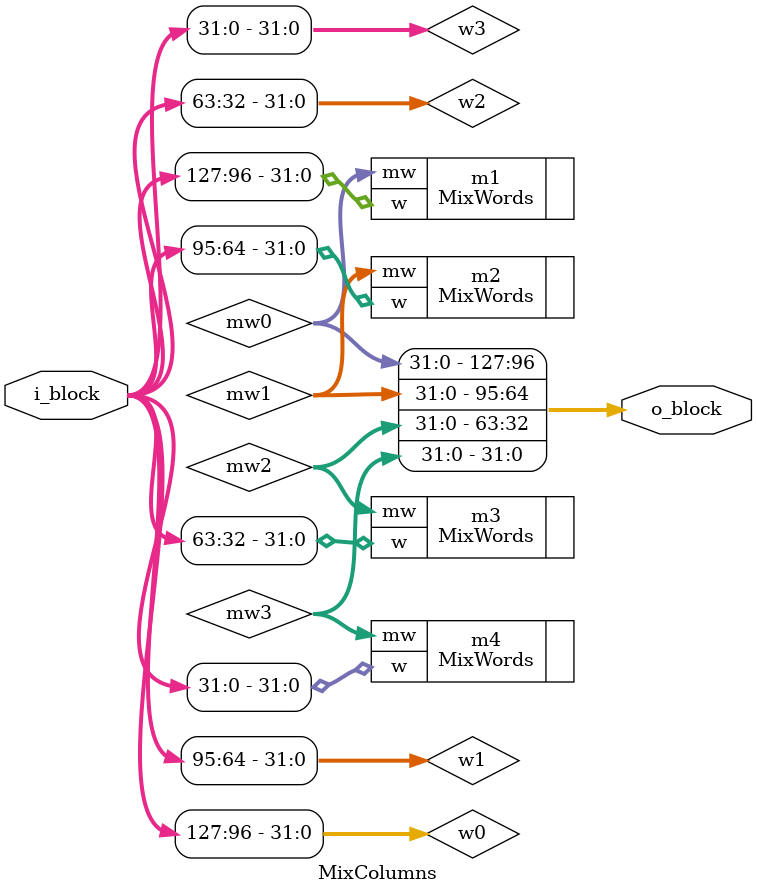
<source format=v>
`timescale 1ns / 1ps


module MixColumns(
		 input wire [127:0] i_block,
		 output wire [127:0] o_block
		 );
  
   wire [31:0] w0,w1,w2,w3;
   wire [31:0] mw0,mw1,mw2,mw3;
   //reg [127:0] o_block_reg;

	assign w0 = i_block[127:96];
	assign w1 = i_block[95:64];
	assign w2 = i_block[63:32];
	assign w3 = i_block[31:0];

	 MixWords m1(.w(w0),.mw(mw0));
	 MixWords m2(.w(w1),.mw(mw1));
	 MixWords m3(.w(w2),.mw(mw2));
	 MixWords m4(.w(w3),.mw(mw3));

	//o_block_reg = {mw0, mw1, mw2, mw3};
   assign o_block = {mw0, mw1, mw2, mw3};
endmodule
</source>
